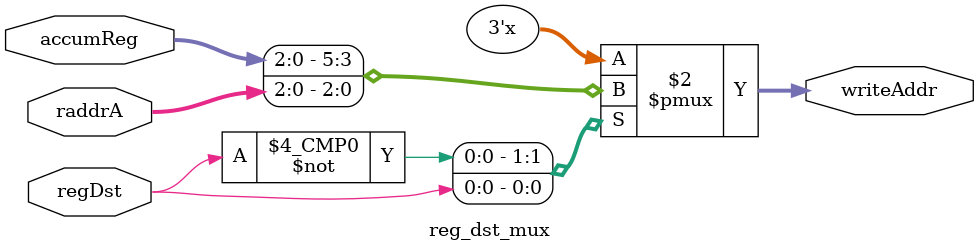
<source format=sv>
module reg_dst_mux(
	input	[2:0] raddrA,
	input	[2:0] accumReg,
	input	regDst,
	output	logic [2:0] writeAddr
	);
	always_comb begin
		case(regDst)
			0: writeAddr = accumReg;
			1: writeAddr = raddrA;
			default: writeAddr = 3'b000;
		endcase
	end
endmodule
</source>
